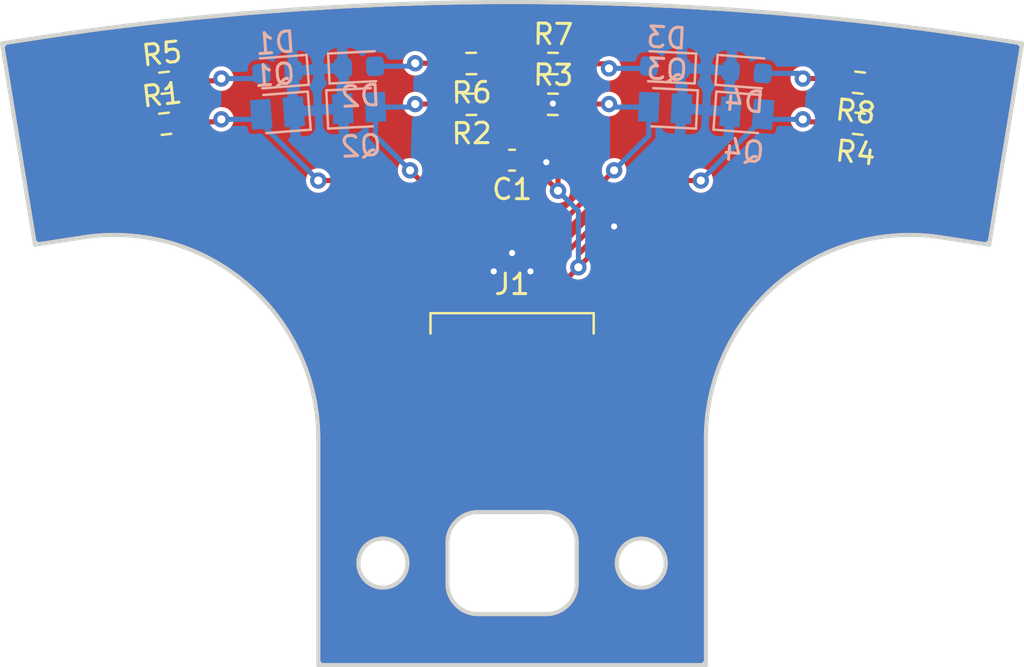
<source format=kicad_pcb>
(kicad_pcb (version 20211014) (generator pcbnew)
  (layers (0 "F.Cu" signal) (31 "B.Cu" signal) (34 "B.Paste" user) (35 "F.Paste" user) (36 "B.SilkS" user "B.Silkscreen") (37 "F.SilkS" user "F.Silkscreen") (38 "B.Mask" user) (39 "F.Mask" user) (44 "Edge.Cuts" user))
  (net 0 "")
  (net 1 "+3V3")
  (net 2 "GND")
  (net 3 "Net-(D1-Pad2)")
  (net 4 "Net-(D2-Pad2)")
  (net 5 "Net-(D3-Pad2)")
  (net 6 "Net-(D4-Pad2)")
  (net 7 "Net-(J1-Pad2)")
  (net 8 "Net-(J1-Pad3)")
  (net 9 "Net-(J1-Pad4)")
  (net 10 "Net-(J1-Pad5)")
  (footprint "Resistor_SMD:R_0603_1608Metric" (layer "F.Cu") (at -17 -151.046 6.422)
    (fp_text reference "R5" (at 0 -1.43 6.422) (layer "F.SilkS"))
    (fp_text value "100")
    (fp_line (start -0.237258 0.5225) (end 0.237258 0.5225) (layer "F.SilkS") (width 0.12))
    (fp_line (start -0.237258 -0.5225) (end 0.237258 -0.5225) (layer "F.SilkS") (width 0.12))
    (pad "1" smd roundrect locked (at -0.825 0 6.422) (size 0.8 0.95) (layers "F.Cu" "F.Paste" "F.Mask") (net 1 "+3V3"))
    (pad "2" smd roundrect locked (at 0.825 0 6.422) (size 0.8 0.95) (layers "F.Cu" "F.Paste" "F.Mask") (net 3 "Net-(D1-Pad2)"))
  )
  (footprint "Resistor_SMD:R_0603_1608Metric" (layer "F.Cu") (at -2 -151.987 -179.246)
    (fp_text reference "R6" (at 0 -1.43 0.754) (layer "F.SilkS"))
    (fp_text value "100")
    (fp_line (start -0.237258 0.5225) (end 0.237258 0.5225) (layer "F.SilkS") (width 0.12))
    (fp_line (start -0.237258 -0.5225) (end 0.237258 -0.5225) (layer "F.SilkS") (width 0.12))
    (pad "1" smd roundrect locked (at -0.825 0 180.754) (size 0.8 0.95) (layers "F.Cu" "F.Paste" "F.Mask") (net 1 "+3V3"))
    (pad "2" smd roundrect locked (at 0.825 0 180.754) (size 0.8 0.95) (layers "F.Cu" "F.Paste" "F.Mask") (net 4 "Net-(D2-Pad2)"))
  )
  (footprint "Resistor_SMD:R_0603_1608Metric" (layer "F.Cu") (at -2 -149.987 -179.236)
    (fp_text reference "R2" (at 0 -1.43 0.764) (layer "F.SilkS"))
    (fp_text value "10k")
    (fp_line (start -0.237258 0.5225) (end 0.237258 0.5225) (layer "F.SilkS") (width 0.12))
    (fp_line (start -0.237258 -0.5225) (end 0.237258 -0.5225) (layer "F.SilkS") (width 0.12))
    (pad "1" smd roundrect locked (at -0.825 0 180.764) (size 0.8 0.95) (layers "F.Cu" "F.Paste" "F.Mask") (net 1 "+3V3"))
    (pad "2" smd roundrect locked (at 0.825 0 180.764) (size 0.8 0.95) (layers "F.Cu" "F.Paste" "F.Mask") (net 8 "Net-(J1-Pad3)"))
  )
  (footprint "Resistor_SMD:R_0603_1608Metric" (layer "F.Cu") (at -17 -149.034 6.508)
    (fp_text reference "R1" (at 0 -1.43 6.508) (layer "F.SilkS"))
    (fp_text value "10k")
    (fp_line (start -0.237258 0.5225) (end 0.237258 0.5225) (layer "F.SilkS") (width 0.12))
    (fp_line (start -0.237258 -0.5225) (end 0.237258 -0.5225) (layer "F.SilkS") (width 0.12))
    (pad "1" smd roundrect locked (at -0.825 0 6.508) (size 0.8 0.95) (layers "F.Cu" "F.Paste" "F.Mask") (net 1 "+3V3"))
    (pad "2" smd roundrect locked (at 0.825 0 6.508) (size 0.8 0.95) (layers "F.Cu" "F.Paste" "F.Mask") (net 7 "Net-(J1-Pad2)"))
  )
  (footprint "Resistor_SMD:R_0603_1608Metric" (layer "F.Cu") (at 17 -149.034 173.492)
    (fp_text reference "R4" (at 0 -1.43 173.492) (layer "F.SilkS"))
    (fp_text value "10k")
    (fp_line (start -0.237258 0.5225) (end 0.237258 0.5225) (layer "F.SilkS") (width 0.12))
    (fp_line (start -0.237258 -0.5225) (end 0.237258 -0.5225) (layer "F.SilkS") (width 0.12))
    (pad "1" smd roundrect locked (at -0.825 0 173.492) (size 0.8 0.95) (layers "F.Cu" "F.Paste" "F.Mask") (net 1 "+3V3"))
    (pad "2" smd roundrect locked (at 0.825 0 173.492) (size 0.8 0.95) (layers "F.Cu" "F.Paste" "F.Mask") (net 10 "Net-(J1-Pad5)"))
  )
  (footprint "Resistor_SMD:R_0603_1608Metric" (layer "F.Cu") (at 2 -151.987 -0.754)
    (fp_text reference "R7" (at 0 -1.43 179.246) (layer "F.SilkS"))
    (fp_text value "100")
    (fp_line (start -0.237258 0.5225) (end 0.237258 0.5225) (layer "F.SilkS") (width 0.12))
    (fp_line (start -0.237258 -0.5225) (end 0.237258 -0.5225) (layer "F.SilkS") (width 0.12))
    (pad "1" smd roundrect locked (at -0.825 0 359.246) (size 0.8 0.95) (layers "F.Cu" "F.Paste" "F.Mask") (net 1 "+3V3"))
    (pad "2" smd roundrect locked (at 0.825 0 359.246) (size 0.8 0.95) (layers "F.Cu" "F.Paste" "F.Mask") (net 5 "Net-(D3-Pad2)"))
  )
  (footprint "Resistor_SMD:R_0603_1608Metric" (layer "F.Cu") (at 17 -151.046 173.578)
    (fp_text reference "R8" (at 0 -1.43 173.578) (layer "F.SilkS"))
    (fp_text value "100")
    (fp_line (start -0.237258 0.5225) (end 0.237258 0.5225) (layer "F.SilkS") (width 0.12))
    (fp_line (start -0.237258 -0.5225) (end 0.237258 -0.5225) (layer "F.SilkS") (width 0.12))
    (pad "1" smd roundrect locked (at -0.825 0 173.578) (size 0.8 0.95) (layers "F.Cu" "F.Paste" "F.Mask") (net 1 "+3V3"))
    (pad "2" smd roundrect locked (at 0.825 0 173.578) (size 0.8 0.95) (layers "F.Cu" "F.Paste" "F.Mask") (net 6 "Net-(D4-Pad2)"))
  )
  (footprint "Capacitor_SMD:C_0603_1608Metric" (layer "F.Cu") (at 0 -147.25 180)
    (fp_text reference "C1" (at 0 -1.43) (layer "F.SilkS"))
    (fp_text value "0.1u")
    (fp_line (start -0.14058 -0.51) (end 0.14058 -0.51) (layer "F.SilkS") (width 0.12))
    (fp_line (start -0.14058 0.51) (end 0.14058 0.51) (layer "F.SilkS") (width 0.12))
    (pad "1" smd roundrect locked (at -0.775 0 180) (size 0.9 0.95) (layers "F.Cu" "F.Paste" "F.Mask") (net 1 "+3V3"))
    (pad "2" smd roundrect locked (at 0.775 0 180) (size 0.9 0.95) (layers "F.Cu" "F.Paste" "F.Mask") (net 2 "GND"))
  )
  (footprint "FFC:Molex_0545480671_01x06_P0.5mm" (layer "F.Cu") (at 0 -138)
    (fp_text reference "J1" (at 0 -3.16667) (layer "F.SilkS"))
    (fp_text value "FFC6")
    (fp_line (start 4 -0.75) (end 4 -1.75) (layer "F.SilkS") (width 0.12))
    (fp_line (start 4 -1.75) (end -4 -1.75) (layer "F.SilkS") (width 0.12))
    (fp_line (start -4 -1.75) (end -4 -0.75) (layer "F.SilkS") (width 0.12))
    (pad "1" smd rect locked (at -1.25 -2 90) (size 1 0.3) (layers "F.Cu" "F.Paste" "F.Mask") (net 2 "GND"))
    (pad "2" smd rect locked (at -0.75 -2 90) (size 1 0.3) (layers "F.Cu" "F.Paste" "F.Mask") (net 7 "Net-(J1-Pad2)"))
    (pad "3" smd rect locked (at -0.25 -2 90) (size 1 0.3) (layers "F.Cu" "F.Paste" "F.Mask") (net 8 "Net-(J1-Pad3)"))
    (pad "4" smd rect locked (at 0.25 -2 90) (size 1 0.3) (layers "F.Cu" "F.Paste" "F.Mask") (net 9 "Net-(J1-Pad4)"))
    (pad "5" smd rect locked (at 0.75 -2 90) (size 1 0.3) (layers "F.Cu" "F.Paste" "F.Mask") (net 10 "Net-(J1-Pad5)"))
    (pad "6" smd rect locked (at 1.25 -2 90) (size 1 0.3) (layers "F.Cu" "F.Paste" "F.Mask") (net 1 "+3V3"))
    (pad "MP" smd rect locked (at -3.525 0) (size 1.65 1.3) (layers "F.Cu" "F.Paste" "F.Mask"))
    (pad "MP" smd rect locked (at 3.525 0) (size 1.65 1.3) (layers "F.Cu" "F.Paste" "F.Mask"))
  )
  (footprint "Resistor_SMD:R_0603_1608Metric" (layer "F.Cu") (at 2 -149.987 -0.764)
    (fp_text reference "R3" (at 0 -1.43 179.236) (layer "F.SilkS"))
    (fp_text value "10k")
    (fp_line (start -0.237258 -0.5225) (end 0.237258 -0.5225) (layer "F.SilkS") (width 0.12))
    (fp_line (start -0.237258 0.5225) (end 0.237258 0.5225) (layer "F.SilkS") (width 0.12))
    (pad "1" smd roundrect locked (at -0.825 0 359.236) (size 0.8 0.95) (layers "F.Cu" "F.Paste" "F.Mask") (net 1 "+3V3"))
    (pad "2" smd roundrect locked (at 0.825 0 359.236) (size 0.8 0.95) (layers "F.Cu" "F.Paste" "F.Mask") (net 9 "Net-(J1-Pad4)"))
  )
  (footprint "Diode_SMD:D_0603_1608Metric" (layer "B.Cu") (at -7.5 -151.815 2.828)
    (fp_text reference "D2" (at 0 1.43 2.828) (layer "B.SilkS") (effects (justify mirror)))
    (fp_text value "SIR19-21C/TR8")
    (fp_line (start 0.8 0.735) (end -1.485 0.735) (layer "B.SilkS") (width 0.12))
    (fp_line (start -1.485 0.735) (end -1.485 -0.735) (layer "B.SilkS") (width 0.12))
    (fp_line (start -1.485 -0.735) (end 0.8 -0.735) (layer "B.SilkS") (width 0.12))
    (pad "1" smd roundrect locked (at -0.7875 0 2.828) (size 0.875 0.95) (layers "B.Cu" "B.Paste" "B.Mask") (net 2 "GND"))
    (pad "2" smd roundrect locked (at 0.7875 0 2.828) (size 0.875 0.95) (layers "B.Cu" "B.Paste" "B.Mask") (net 4 "Net-(D2-Pad2)"))
  )
  (footprint "Diode_SMD:D_0603_1608Metric" (layer "B.Cu") (at -11.5 -151.564 -175.661)
    (fp_text reference "D1" (at 0 1.43 4.339) (layer "B.SilkS") (effects (justify mirror)))
    (fp_text value "SIR19-21C/TR8")
    (fp_line (start -1.485 0.735) (end -1.485 -0.735) (layer "B.SilkS") (width 0.12))
    (fp_line (start 0.8 0.735) (end -1.485 0.735) (layer "B.SilkS") (width 0.12))
    (fp_line (start -1.485 -0.735) (end 0.8 -0.735) (layer "B.SilkS") (width 0.12))
    (pad "1" smd roundrect locked (at -0.7875 0 184.339) (size 0.875 0.95) (layers "B.Cu" "B.Paste" "B.Mask") (net 2 "GND"))
    (pad "2" smd roundrect locked (at 0.7875 0 184.339) (size 0.875 0.95) (layers "B.Cu" "B.Paste" "B.Mask") (net 3 "Net-(D1-Pad2)"))
  )
  (footprint "TEMT7100X01:TEMT7100X01" (layer "B.Cu") (at -11.5 -149.559 4.397)
    (fp_text reference "Q1" (at 0 -1.875 4.397) (layer "B.SilkS") (effects (justify mirror)))
    (fp_text value "TEMT7100X01")
    (fp_line (start 1.5625 -0.9375) (end -0.625 -0.9375) (layer "B.SilkS") (width 0.12))
    (fp_line (start -0.625 0.9375) (end 1.5625 0.9375) (layer "B.SilkS") (width 0.12))
    (fp_line (start 1.5625 0.9375) (end 1.5625 -0.9375) (layer "B.SilkS") (width 0.12))
    (pad "1" smd rect locked (at -0.8 0 4.397) (size 1 1.45) (layers "B.Cu" "B.Paste" "B.Mask") (net 7 "Net-(J1-Pad2)"))
    (pad "2" smd rect locked (at 0.8 0 4.397) (size 1 1.45) (layers "B.Cu" "B.Paste" "B.Mask") (net 2 "GND"))
  )
  (footprint "TEMT7100X01:TEMT7100X01" (layer "B.Cu") (at 11.5 -149.559 175.603)
    (fp_text reference "Q4" (at 0 -1.875 175.603) (layer "B.SilkS") (effects (justify mirror)))
    (fp_text value "TEMT7100X01")
    (fp_line (start -0.625 0.9375) (end 1.5625 0.9375) (layer "B.SilkS") (width 0.12))
    (fp_line (start 1.5625 -0.9375) (end -0.625 -0.9375) (layer "B.SilkS") (width 0.12))
    (fp_line (start 1.5625 0.9375) (end 1.5625 -0.9375) (layer "B.SilkS") (width 0.12))
    (pad "1" smd rect locked (at -0.8 0 175.603) (size 1 1.45) (layers "B.Cu" "B.Paste" "B.Mask") (net 10 "Net-(J1-Pad5)"))
    (pad "2" smd rect locked (at 0.8 0 175.603) (size 1 1.45) (layers "B.Cu" "B.Paste" "B.Mask") (net 2 "GND"))
  )
  (footprint "TEMT7100X01:TEMT7100X01" (layer "B.Cu") (at 7.5 -149.812 -2.866)
    (fp_text reference "Q3" (at 0 -1.875 177.134) (layer "B.SilkS") (effects (justify mirror)))
    (fp_text value "TEMT7100X01")
    (fp_line (start -0.625 0.9375) (end 1.5625 0.9375) (layer "B.SilkS") (width 0.12))
    (fp_line (start 1.5625 -0.9375) (end -0.625 -0.9375) (layer "B.SilkS") (width 0.12))
    (fp_line (start 1.5625 0.9375) (end 1.5625 -0.9375) (layer "B.SilkS") (width 0.12))
    (pad "1" smd rect locked (at -0.8 0 357.134) (size 1 1.45) (layers "B.Cu" "B.Paste" "B.Mask") (net 9 "Net-(J1-Pad4)"))
    (pad "2" smd rect locked (at 0.8 0 357.134) (size 1 1.45) (layers "B.Cu" "B.Paste" "B.Mask") (net 2 "GND"))
  )
  (footprint "TEMT7100X01:TEMT7100X01" (layer "B.Cu") (at -7.5 -149.812 -177.134)
    (fp_text reference "Q2" (at 0 -1.875 2.866) (layer "B.SilkS") (effects (justify mirror)))
    (fp_text value "TEMT7100X01")
    (fp_line (start 1.5625 -0.9375) (end -0.625 -0.9375) (layer "B.SilkS") (width 0.12))
    (fp_line (start 1.5625 0.9375) (end 1.5625 -0.9375) (layer "B.SilkS") (width 0.12))
    (fp_line (start -0.625 0.9375) (end 1.5625 0.9375) (layer "B.SilkS") (width 0.12))
    (pad "1" smd rect locked (at -0.8 0 182.866) (size 1 1.45) (layers "B.Cu" "B.Paste" "B.Mask") (net 8 "Net-(J1-Pad3)"))
    (pad "2" smd rect locked (at 0.8 0 182.866) (size 1 1.45) (layers "B.Cu" "B.Paste" "B.Mask") (net 2 "GND"))
  )
  (footprint "Diode_SMD:D_0603_1608Metric" (layer "B.Cu") (at 7.5 -151.815 177.172)
    (fp_text reference "D3" (at 0 1.43 177.172) (layer "B.SilkS") (effects (justify mirror)))
    (fp_text value "SIR19-21C/TR8")
    (fp_line (start -1.485 0.735) (end -1.485 -0.735) (layer "B.SilkS") (width 0.12))
    (fp_line (start 0.8 0.735) (end -1.485 0.735) (layer "B.SilkS") (width 0.12))
    (fp_line (start -1.485 -0.735) (end 0.8 -0.735) (layer "B.SilkS") (width 0.12))
    (pad "1" smd roundrect locked (at -0.7875 0 177.172) (size 0.875 0.95) (layers "B.Cu" "B.Paste" "B.Mask") (net 2 "GND"))
    (pad "2" smd roundrect locked (at 0.7875 0 177.172) (size 0.875 0.95) (layers "B.Cu" "B.Paste" "B.Mask") (net 5 "Net-(D3-Pad2)"))
  )
  (footprint "Diode_SMD:D_0603_1608Metric" (layer "B.Cu") (at 11.5 -151.564 -4.339)
    (fp_text reference "D4" (at 0 1.43 175.661) (layer "B.SilkS") (effects (justify mirror)))
    (fp_text value "SIR19-21C/TR8")
    (fp_line (start -1.485 -0.735) (end 0.8 -0.735) (layer "B.SilkS") (width 0.12))
    (fp_line (start 0.8 0.735) (end -1.485 0.735) (layer "B.SilkS") (width 0.12))
    (fp_line (start -1.485 0.735) (end -1.485 -0.735) (layer "B.SilkS") (width 0.12))
    (pad "1" smd roundrect locked (at -0.7875 0 355.661) (size 0.875 0.95) (layers "B.Cu" "B.Paste" "B.Mask") (net 2 "GND"))
    (pad "2" smd roundrect locked (at 0.7875 0 355.661) (size 0.875 0.95) (layers "B.Cu" "B.Paste" "B.Mask") (net 6 "Net-(D4-Pad2)"))
  )
  (gr_line (start -23.387096 -143.101515) (end -20.944444 -143.479372) (layer "Edge.Cuts") (width 0.2))
  (gr_arc (start 3.166666 -126.5) (mid 2.727326 -125.43934) (end 1.666666 -125) (layer "Edge.Cuts") (width 0.2))
  (gr_arc (start 9.5 -133.584243) (mid 12.959528 -141.148779) (end 20.944444 -143.479372) (layer "Edge.Cuts") (width 0.2))
  (gr_line (start -1.666666 -130) (end 1.666666 -130) (layer "Edge.Cuts") (width 0.2))
  (gr_arc (start 1.666666 -130) (mid 2.727326 -129.56066) (end 3.166666 -128.5) (layer "Edge.Cuts") (width 0.2))
  (gr_line (start 20.944444 -143.479372) (end 23.387096 -143.101515) (layer "Edge.Cuts") (width 0.2))
  (gr_line (start 3.166666 -128.5) (end 3.166666 -126.5) (layer "Edge.Cuts") (width 0.2))
  (gr_line (start 1.666666 -125) (end -1.666666 -125) (layer "Edge.Cuts") (width 0.2))
  (gr_arc (start -25.000001 -152.970585) (mid -0.000001 -155) (end 24.999999 -152.970585) (layer "Edge.Cuts") (width 0.2))
  (gr_line (start -9.5 -122.5) (end 9.499999 -122.5) (layer "Edge.Cuts") (width 0.2))
  (gr_arc (start -20.944444 -143.479372) (mid -12.959527 -141.14878) (end -9.5 -133.584243) (layer "Edge.Cuts") (width 0.2))
  (gr_line (start -3.166666 -126.5) (end -3.166666 -128.5) (layer "Edge.Cuts") (width 0.2))
  (gr_arc (start -1.666666 -125) (mid -2.727326 -125.43934) (end -3.166666 -126.5) (layer "Edge.Cuts") (width 0.2))
  (gr_line (start -9.5 -133.584243) (end -9.5 -122.5) (layer "Edge.Cuts") (width 0.2))
  (gr_line (start 9.499999 -122.5) (end 9.499999 -133.584243) (layer "Edge.Cuts") (width 0.2))
  (gr_line (start 23.387096 -143.101515) (end 24.999999 -152.970585) (layer "Edge.Cuts") (width 0.2))
  (gr_line (start -25 -152.970585) (end -23.387096 -143.101515) (layer "Edge.Cuts") (width 0.2))
  (gr_circle (center -6.333333 -127.5) (end -5.133333 -127.5) (layer "Edge.Cuts") (width 0.2) (fill none))
  (gr_circle (center 6.333333 -127.5) (end 7.533333 -127.5) (layer "Edge.Cuts") (width 0.2) (fill none))
  (gr_arc (start -3.166666 -128.5) (mid -2.727326 -129.56066) (end -1.666666 -130) (layer "Edge.Cuts") (width 0.2))
  (segment (start 1.25 -140) (end 3.25 -142) (width 0.25) (layer "F.Cu") (net 1))
  (segment (start 1.175071 -151.997857) (end 1.175071 -149.998002) (width 0.25) (layer "F.Cu") (net 1))
  (segment (start 1.175071 -149.998002) (end 1.175073 -149.998) (width 0.25) (layer "F.Cu") (net 1))
  (segment (start -1.175071 -151.997857) (end -1.175071 -149.998002) (width 0.25) (layer "F.Cu") (net 1))
  (segment (start -1.175073 -149.998) (end -1.25 -149.923073) (width 0.25) (layer "F.Cu") (net 1))
  (segment (start -1.25 -149.923073) (end -1.25 -149.275) (width 0.25) (layer "F.Cu") (net 1))
  (segment (start 3.25 -142) (end 4.5 -143.25) (width 0.25) (layer "F.Cu") (net 1))
  (segment (start 17.819823 -148.940632) (end 17.819684 -148.940493) (width 0.25) (layer "F.Cu") (net 1))
  (segment (start 17.819823 -150.953723) (end 17.819823 -148.940632) (width 0.25) (layer "F.Cu") (net 1))
  (segment (start -1.175071 -149.998002) (end -1.175073 -149.998) (width 0.25) (layer "F.Cu") (net 1))
  (segment (start 2.25 -145.75) (end 2.25 -148.923073) (width 0.25) (layer "F.Cu") (net 1))
  (segment (start -1.25 -149.275) (end 0.775 -147.25) (width 0.25) (layer "F.Cu") (net 1))
  (segment (start 0.775 -147.25) (end 0.775 -147.225) (width 0.25) (layer "F.Cu") (net 1))
  (segment (start 4.5 -143.25) (end 12.129191 -143.25) (width 0.25) (layer "F.Cu") (net 1))
  (segment (start 0.775 -147.225) (end 2.25 -145.75) (width 0.25) (layer "F.Cu") (net 1))
  (segment (start 2.25 -148.923073) (end 1.175073 -149.998) (width 0.25) (layer "F.Cu") (net 1))
  (segment (start 12.129191 -143.25) (end 17.819684 -148.940493) (width 0.25) (layer "F.Cu") (net 1))
  (via (at 3.25 -142) (size 0.8) (drill 0.4) (layers "F.Cu" "B.Cu") (net 1))
  (via (at 2.25 -145.75) (size 0.8) (drill 0.4) (layers "F.Cu" "B.Cu") (net 1))
  (segment (start 3.25 -144.75) (end 3.25 -142) (width 0.25) (layer "B.Cu") (net 1))
  (segment (start 2.25 -145.75) (end 3.25 -144.75) (width 0.25) (layer "B.Cu") (net 1))
  (via (at 1.675 -147.15) (size 0.3) (drill 0.4) (layers "F.Cu" "B.Cu") (net 2))
  (via (at 0 -142.7) (size 0.3) (drill 0.4) (layers "F.Cu" "B.Cu") (net 2))
  (via (at -0.9 -141.8) (size 0.3) (drill 0.4) (layers "F.Cu" "B.Cu") (net 2))
  (via (at 5 -144) (size 0.3) (drill 0.4) (layers "F.Cu" "B.Cu") (net 2))
  (via (at 0.9 -141.8) (size 0.3) (drill 0.4) (layers "F.Cu" "B.Cu") (net 2))
  (via (at 2 -150.025) (size 0.3) (drill 0.4) (layers "F.Cu" "B.Cu") (net 2))
  (segment (start -14.361723 -151.138277) (end -14.25 -151.25) (width 0.25) (layer "F.Cu") (net 3))
  (segment (start -16.180177 -151.138277) (end -14.361723 -151.138277) (width 0.25) (layer "F.Cu") (net 3))
  (via (at -14.25 -151.25) (size 0.8) (drill 0.4) (layers "F.Cu" "B.Cu") (net 3))
  (segment (start -14.25 -151.25) (end -12.539663 -151.25) (width 0.25) (layer "B.Cu") (net 3))
  (segment (start -12.539663 -151.25) (end -12.285243 -151.50442) (width 0.25) (layer "B.Cu") (net 3))
  (segment (start -4.75 -152) (end -2.848786 -152) (width 0.25) (layer "F.Cu") (net 4))
  (segment (start -2.848786 -152) (end -2.824929 -151.976143) (width 0.25) (layer "F.Cu") (net 4))
  (via (at -4.75 -152) (size 0.8) (drill 0.4) (layers "F.Cu" "B.Cu") (net 4))
  (segment (start -4.896146 -151.853854) (end -4.75 -152) (width 0.25) (layer "B.Cu") (net 4))
  (segment (start -6.713459 -151.853854) (end -4.896146 -151.853854) (width 0.25) (layer "B.Cu") (net 4))
  (segment (start 2.824929 -151.976143) (end 4.523857 -151.976143) (width 0.25) (layer "F.Cu") (net 5))
  (segment (start 4.523857 -151.976143) (end 4.75 -151.75) (width 0.25) (layer "F.Cu") (net 5))
  (via (at 4.75 -151.75) (size 0.8) (drill 0.4) (layers "F.Cu" "B.Cu") (net 5))
  (segment (start 4.75 -151.75) (end 6.609605 -151.75) (width 0.25) (layer "B.Cu") (net 5))
  (segment (start 6.609605 -151.75) (end 6.713459 -151.853854) (width 0.25) (layer "B.Cu") (net 5))
  (segment (start 16.068454 -151.25) (end 16.180177 -151.138277) (width 0.25) (layer "F.Cu") (net 6))
  (segment (start 14.25 -151.25) (end 16.068454 -151.25) (width 0.25) (layer "F.Cu") (net 6))
  (via (at 14.25 -151.25) (size 0.8) (drill 0.4) (layers "F.Cu" "B.Cu") (net 6))
  (segment (start 12.285243 -151.50442) (end 13.99558 -151.50442) (width 0.25) (layer "B.Cu") (net 6))
  (segment (start 13.99558 -151.50442) (end 14.25 -151.25) (width 0.25) (layer "B.Cu") (net 6))
  (segment (start -6.200978 -146.25) (end -9.5 -146.25) (width 0.25) (layer "F.Cu") (net 7))
  (segment (start -0.75 -140) (end -0.75 -140.799022) (width 0.25) (layer "F.Cu") (net 7))
  (segment (start -14.372493 -149.127507) (end -14.25 -149.25) (width 0.25) (layer "F.Cu") (net 7))
  (segment (start -1 -141.049022) (end -6.200978 -146.25) (width 0.25) (layer "F.Cu") (net 7))
  (segment (start -16.180316 -149.127507) (end -14.372493 -149.127507) (width 0.25) (layer "F.Cu") (net 7))
  (segment (start -0.75 -140.799022) (end -1 -141.049022) (width 0.25) (layer "F.Cu") (net 7))
  (via (at -9.5 -146.25) (size 0.8) (drill 0.4) (layers "F.Cu" "B.Cu") (net 7))
  (via (at -14.25 -149.25) (size 0.8) (drill 0.4) (layers "F.Cu" "B.Cu") (net 7))
  (segment (start -12.545312 -149.25) (end -12.297645 -149.497667) (width 0.25) (layer "B.Cu") (net 7))
  (segment (start -9.5 -146.25) (end -12.297645 -149.047645) (width 0.25) (layer "B.Cu") (net 7))
  (segment (start -14.25 -149.25) (end -12.545312 -149.25) (width 0.25) (layer "B.Cu") (net 7))
  (segment (start -12.297645 -149.047645) (end -12.297645 -149.497667) (width 0.25) (layer "B.Cu") (net 7))
  (segment (start -2.848927 -150) (end -2.824927 -149.976) (width 0.25) (layer "F.Cu") (net 8))
  (segment (start -0.25 -140) (end -0.25 -142) (width 0.25) (layer "F.Cu") (net 8))
  (segment (start -0.25 -142) (end -5 -146.75) (width 0.25) (layer "F.Cu") (net 8))
  (segment (start -4.75 -150) (end -2.848927 -150) (width 0.25) (layer "F.Cu") (net 8))
  (via (at -5 -146.75) (size 0.8) (drill 0.4) (layers "F.Cu" "B.Cu") (net 8))
  (via (at -4.75 -150) (size 0.8) (drill 0.4) (layers "F.Cu" "B.Cu") (net 8))
  (segment (start -4.898 -149.852) (end -4.75 -150) (width 0.25) (layer "B.Cu") (net 8))
  (segment (start -5 -146.75) (end -6.701001 -148.451001) (width 0.25) (layer "B.Cu") (net 8))
  (segment (start -6.701001 -149.852) (end -4.898 -149.852) (width 0.25) (layer "B.Cu") (net 8))
  (segment (start -6.701001 -148.451001) (end -6.701001 -149.852) (width 0.25) (layer "B.Cu") (net 8))
  (segment (start 4.75 -150) (end 2.848927 -150) (width 0.25) (layer "F.Cu") (net 9))
  (segment (start 0.25 -140) (end 0.25 -142) (width 0.25) (layer "F.Cu") (net 9))
  (segment (start 0.25 -142) (end 5 -146.75) (width 0.25) (layer "F.Cu") (net 9))
  (segment (start 2.848927 -150) (end 2.824927 -149.976) (width 0.25) (layer "F.Cu") (net 9))
  (via (at 4.75 -150) (size 0.8) (drill 0.4) (layers "F.Cu" "B.Cu") (net 9))
  (via (at 5 -146.75) (size 0.8) (drill 0.4) (layers "F.Cu" "B.Cu") (net 9))
  (segment (start 6.701001 -148.451001) (end 6.701001 -149.852) (width 0.25) (layer "B.Cu") (net 9))
  (segment (start 4.898 -149.852) (end 4.75 -150) (width 0.25) (layer "B.Cu") (net 9))
  (segment (start 6.701001 -149.852) (end 4.898 -149.852) (width 0.25) (layer "B.Cu") (net 9))
  (segment (start 5 -146.75) (end 6.701001 -148.451001) (width 0.25) (layer "B.Cu") (net 9))
  (segment (start 14.372493 -149.127507) (end 14.25 -149.25) (width 0.25) (layer "F.Cu") (net 10))
  (segment (start 6.200978 -146.25) (end 9.25 -146.25) (width 0.25) (layer "F.Cu") (net 10))
  (segment (start 0.75 -140) (end 0.75 -140.799022) (width 0.25) (layer "F.Cu") (net 10))
  (segment (start 0.75 -140.799022) (end 6.200978 -146.25) (width 0.25) (layer "F.Cu") (net 10))
  (segment (start 16.180316 -149.127507) (end 14.372493 -149.127507) (width 0.25) (layer "F.Cu") (net 10))
  (via (at 9.25 -146.25) (size 0.8) (drill 0.4) (layers "F.Cu" "B.Cu") (net 10))
  (via (at 14.25 -149.25) (size 0.8) (drill 0.4) (layers "F.Cu" "B.Cu") (net 10))
  (segment (start 12.297645 -149.297645) (end 12.297645 -149.497667) (width 0.25) (layer "B.Cu") (net 10))
  (segment (start 9.25 -146.25) (end 12.297645 -149.297645) (width 0.25) (layer "B.Cu") (net 10))
  (segment (start 14.25 -149.25) (end 12.545312 -149.25) (width 0.25) (layer "B.Cu") (net 10))
  (segment (start 12.545312 -149.25) (end 12.297645 -149.497667) (width 0.25) (layer "B.Cu") (net 10))
  (zone (net 0) (net_name "") (layer "F.Cu") (name "GND") (connect_pads (clearance 0)) (min_thickness 0.254)
    (keepout (tracks allowed) (vias allowed) (pads allowed) (copperpour not_allowed) (footprints allowed))
    (fill (thermal_gap 0.508) (thermal_bridge_width 0.508))
    (polygon (pts (xy 16.2 -147.4) (xy 16.2 -149.2) (xy 17.9 -149.2)))
  )
  (zone (net 2) (net_name "GND") (layer "F.Cu") (name "GND") (connect_pads (clearance 0)) (min_thickness 0.254) (fill yes (thermal_gap 0.508) (thermal_bridge_width 0.508))
    (polygon (pts (xy 25 -153) (xy 23.5 -143) (xy 9.5 -132.5) (xy 9.5 -122.5) (xy -9.5 -122.5) (xy -9.5 -132.5) (xy -23.5 -143) (xy -25 -153) (xy -11.5 -155) (xy 11.5 -155)))
  )
  (zone (net 0) (net_name "") (layer "B.Cu") (name "GND") (connect_pads (clearance 0)) (min_thickness 0.254)
    (keepout (tracks allowed) (vias allowed) (pads allowed) (copperpour not_allowed) (footprints allowed))
    (fill (thermal_gap 0.508) (thermal_bridge_width 0.508))
    (polygon (pts (xy -5 -146.7) (xy -6.3 -147.8) (xy -6.5 -148.2) (xy -6.7 -148.9) (xy -7.666399 -149.6) (xy -7.6 -151.9) (xy -4.8 -152.1)))
  )
  (zone (net 0) (net_name "") (layer "B.Cu") (name "GND") (connect_pads (clearance 0)) (min_thickness 0.254)
    (keepout (tracks allowed) (vias allowed) (pads allowed) (copperpour not_allowed) (footprints allowed))
    (fill (thermal_gap 0.508) (thermal_bridge_width 0.508))
    (polygon (pts (xy 14.3 -149.3) (xy 11.3 -149.2) (xy 11.3 -151.6) (xy 14.5 -151.6)))
  )
  (zone (net 0) (net_name "") (layer "B.Cu") (name "GND") (connect_pads (clearance 0)) (min_thickness 0.254)
    (keepout (tracks allowed) (vias allowed) (pads allowed) (copperpour not_allowed) (footprints allowed))
    (fill (thermal_gap 0.508) (thermal_bridge_width 0.508))
    (polygon (pts (xy -11.4 -149.9) (xy -11.9 -149.3) (xy -14.3 -149.1) (xy -14.2 -151.3) (xy -11.2 -151.5)))
  )
  (zone (net 2) (net_name "GND") (layer "B.Cu") (name "GND") (connect_pads (clearance 0)) (min_thickness 0.254) (fill yes (thermal_gap 0.508) (thermal_bridge_width 0.508))
    (polygon (pts (xy 25 -153) (xy 23.5 -143) (xy 9.5 -132.5) (xy 9.5 -122.5) (xy -9.5 -122.5) (xy -9.5 -132.5) (xy -23.5 -143) (xy -25 -153) (xy -11.5 -155) (xy 11.5 -155)))
  )
  (zone (net 0) (net_name "") (layer "B.Cu") (name "GND") (connect_pads (clearance 0)) (min_thickness 0.254)
    (keepout (tracks allowed) (vias allowed) (pads allowed) (copperpour not_allowed) (footprints allowed))
    (fill (thermal_gap 0.508) (thermal_bridge_width 0.508))
    (polygon (pts (xy 7.7 -150.7) (xy 6.7 -148.7) (xy 4.8 -146.6) (xy 4.8 -151.7) (xy 7.5 -151.815)))
  )
)
</source>
